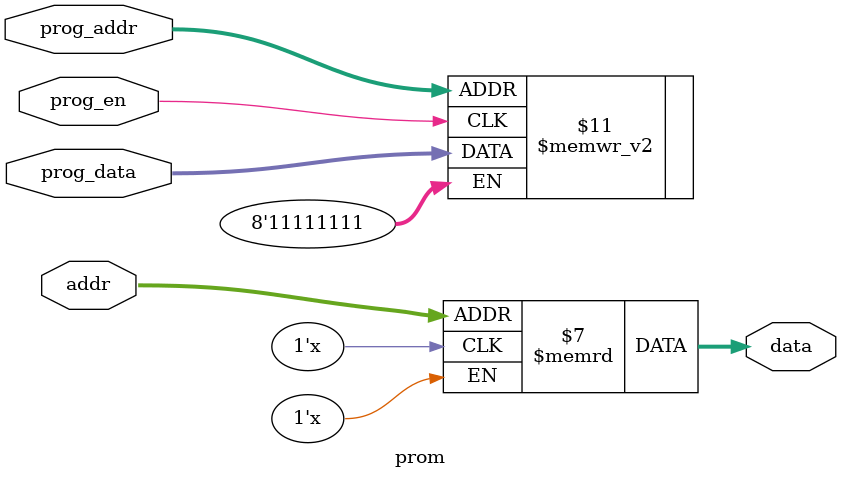
<source format=v>
module prom(prog_en, prog_addr, prog_data, addr, data);
    input  wire prog_en;    // Program enable (one-time write)
    input  wire [3:0] prog_addr;    // Address to program
    input  wire [7:0] prog_data;    // Data to program

    input  wire [3:0] addr;         // Read address
    output reg  [7:0] data;          // Read data

    // PROM memory array (16 x 8)
    reg [7:0] prom_mem [0:15];

    // PROGRAM OPERATION
    always @(posedge prog_en) begin
        prom_mem[prog_addr] <= prog_data;
    end

    // READ OPERATION
    always @(*) begin
        data = prom_mem[addr];
    end

endmodule

</source>
